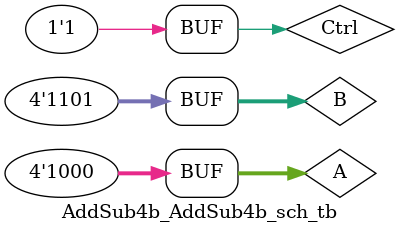
<source format=v>

`timescale 1ns / 1ps

module AddSub4b_AddSub4b_sch_tb();

// Inputs
   reg [3:0] A;
   reg Ctrl;
   reg [3:0] B;

// Output
   wire [3:0] S;
   wire Co;

// Bidirs

// Instantiate the UUT
   AddSub4b UUT (
		.A(A), 
		.S(S), 
		.Co(Co), 
		.Ctrl(Ctrl), 
		.B(B)
   );
// Initialize Inputs
	initial begin
		Ctrl = 0;
		A=4'b1000;
		B=4'b0001;
		#50
		A=4'b1000;
		B=4'b0010;
		#50
		A=4'b1000;
		B=4'b0011;
		#50
		A=4'b1000;
		B=4'b0100;
		#50
		A=4'b1000;
		B=4'b0101;
		#50
		A=4'b1000;
		B=4'b0111;
		#50
		A=4'b1000;
		B=4'b1000;
		#50
		A=4'b1000;
		B=4'b1101;
		#50
		Ctrl = 1;
		A=4'b1000;
		B=4'b0001;
		#50
		A=4'b1000;
		B=4'b0010;
		#50
		A=4'b1000;
		B=4'b0011;
		#50
		A=4'b1000;
		B=4'b0100;
		#50
		A=4'b1000;
		B=4'b0101;
		#50
		A=4'b1000;
		B=4'b0111;
		#50
		A=4'b1000;
		B=4'b1000;
		#50
		A=4'b1000;
		B=4'b1101;
		end
endmodule

</source>
